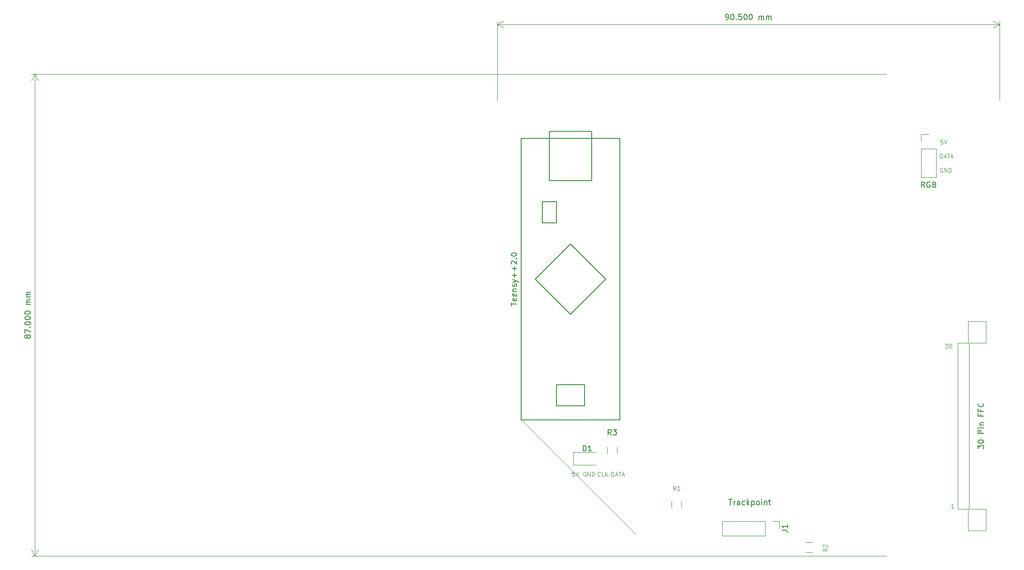
<source format=gbr>
G04 #@! TF.GenerationSoftware,KiCad,Pcbnew,(5.1.5)-3*
G04 #@! TF.CreationDate,2020-05-26T01:54:40-08:00*
G04 #@! TF.ProjectId,board,626f6172-642e-46b6-9963-61645f706362,rev?*
G04 #@! TF.SameCoordinates,Original*
G04 #@! TF.FileFunction,Legend,Top*
G04 #@! TF.FilePolarity,Positive*
%FSLAX46Y46*%
G04 Gerber Fmt 4.6, Leading zero omitted, Abs format (unit mm)*
G04 Created by KiCad (PCBNEW (5.1.5)-3) date 2020-05-26 01:54:40*
%MOMM*%
%LPD*%
G04 APERTURE LIST*
%ADD10C,0.120000*%
%ADD11C,0.150000*%
%ADD12C,0.100000*%
G04 APERTURE END LIST*
D10*
X118910000Y-115600000D02*
X139600000Y-136300000D01*
D11*
X155802380Y-43382380D02*
X155992857Y-43382380D01*
X156088095Y-43334761D01*
X156135714Y-43287142D01*
X156230952Y-43144285D01*
X156278571Y-42953809D01*
X156278571Y-42572857D01*
X156230952Y-42477619D01*
X156183333Y-42430000D01*
X156088095Y-42382380D01*
X155897619Y-42382380D01*
X155802380Y-42430000D01*
X155754761Y-42477619D01*
X155707142Y-42572857D01*
X155707142Y-42810952D01*
X155754761Y-42906190D01*
X155802380Y-42953809D01*
X155897619Y-43001428D01*
X156088095Y-43001428D01*
X156183333Y-42953809D01*
X156230952Y-42906190D01*
X156278571Y-42810952D01*
X156897619Y-42382380D02*
X156992857Y-42382380D01*
X157088095Y-42430000D01*
X157135714Y-42477619D01*
X157183333Y-42572857D01*
X157230952Y-42763333D01*
X157230952Y-43001428D01*
X157183333Y-43191904D01*
X157135714Y-43287142D01*
X157088095Y-43334761D01*
X156992857Y-43382380D01*
X156897619Y-43382380D01*
X156802380Y-43334761D01*
X156754761Y-43287142D01*
X156707142Y-43191904D01*
X156659523Y-43001428D01*
X156659523Y-42763333D01*
X156707142Y-42572857D01*
X156754761Y-42477619D01*
X156802380Y-42430000D01*
X156897619Y-42382380D01*
X157659523Y-43287142D02*
X157707142Y-43334761D01*
X157659523Y-43382380D01*
X157611904Y-43334761D01*
X157659523Y-43287142D01*
X157659523Y-43382380D01*
X158611904Y-42382380D02*
X158135714Y-42382380D01*
X158088095Y-42858571D01*
X158135714Y-42810952D01*
X158230952Y-42763333D01*
X158469047Y-42763333D01*
X158564285Y-42810952D01*
X158611904Y-42858571D01*
X158659523Y-42953809D01*
X158659523Y-43191904D01*
X158611904Y-43287142D01*
X158564285Y-43334761D01*
X158469047Y-43382380D01*
X158230952Y-43382380D01*
X158135714Y-43334761D01*
X158088095Y-43287142D01*
X159278571Y-42382380D02*
X159373809Y-42382380D01*
X159469047Y-42430000D01*
X159516666Y-42477619D01*
X159564285Y-42572857D01*
X159611904Y-42763333D01*
X159611904Y-43001428D01*
X159564285Y-43191904D01*
X159516666Y-43287142D01*
X159469047Y-43334761D01*
X159373809Y-43382380D01*
X159278571Y-43382380D01*
X159183333Y-43334761D01*
X159135714Y-43287142D01*
X159088095Y-43191904D01*
X159040476Y-43001428D01*
X159040476Y-42763333D01*
X159088095Y-42572857D01*
X159135714Y-42477619D01*
X159183333Y-42430000D01*
X159278571Y-42382380D01*
X160230952Y-42382380D02*
X160326190Y-42382380D01*
X160421428Y-42430000D01*
X160469047Y-42477619D01*
X160516666Y-42572857D01*
X160564285Y-42763333D01*
X160564285Y-43001428D01*
X160516666Y-43191904D01*
X160469047Y-43287142D01*
X160421428Y-43334761D01*
X160326190Y-43382380D01*
X160230952Y-43382380D01*
X160135714Y-43334761D01*
X160088095Y-43287142D01*
X160040476Y-43191904D01*
X159992857Y-43001428D01*
X159992857Y-42763333D01*
X160040476Y-42572857D01*
X160088095Y-42477619D01*
X160135714Y-42430000D01*
X160230952Y-42382380D01*
X161754761Y-43382380D02*
X161754761Y-42715714D01*
X161754761Y-42810952D02*
X161802380Y-42763333D01*
X161897619Y-42715714D01*
X162040476Y-42715714D01*
X162135714Y-42763333D01*
X162183333Y-42858571D01*
X162183333Y-43382380D01*
X162183333Y-42858571D02*
X162230952Y-42763333D01*
X162326190Y-42715714D01*
X162469047Y-42715714D01*
X162564285Y-42763333D01*
X162611904Y-42858571D01*
X162611904Y-43382380D01*
X163088095Y-43382380D02*
X163088095Y-42715714D01*
X163088095Y-42810952D02*
X163135714Y-42763333D01*
X163230952Y-42715714D01*
X163373809Y-42715714D01*
X163469047Y-42763333D01*
X163516666Y-42858571D01*
X163516666Y-43382380D01*
X163516666Y-42858571D02*
X163564285Y-42763333D01*
X163659523Y-42715714D01*
X163802380Y-42715714D01*
X163897619Y-42763333D01*
X163945238Y-42858571D01*
X163945238Y-43382380D01*
D10*
X114600000Y-44200000D02*
X205100000Y-44200000D01*
X114600000Y-58000000D02*
X114600000Y-43613579D01*
X205100000Y-58000000D02*
X205100000Y-43613579D01*
X205100000Y-44200000D02*
X203973496Y-44786421D01*
X205100000Y-44200000D02*
X203973496Y-43613579D01*
X114600000Y-44200000D02*
X115726504Y-44786421D01*
X114600000Y-44200000D02*
X115726504Y-43613579D01*
D11*
X29910952Y-100652380D02*
X29863333Y-100747619D01*
X29815714Y-100795238D01*
X29720476Y-100842857D01*
X29672857Y-100842857D01*
X29577619Y-100795238D01*
X29530000Y-100747619D01*
X29482380Y-100652380D01*
X29482380Y-100461904D01*
X29530000Y-100366666D01*
X29577619Y-100319047D01*
X29672857Y-100271428D01*
X29720476Y-100271428D01*
X29815714Y-100319047D01*
X29863333Y-100366666D01*
X29910952Y-100461904D01*
X29910952Y-100652380D01*
X29958571Y-100747619D01*
X30006190Y-100795238D01*
X30101428Y-100842857D01*
X30291904Y-100842857D01*
X30387142Y-100795238D01*
X30434761Y-100747619D01*
X30482380Y-100652380D01*
X30482380Y-100461904D01*
X30434761Y-100366666D01*
X30387142Y-100319047D01*
X30291904Y-100271428D01*
X30101428Y-100271428D01*
X30006190Y-100319047D01*
X29958571Y-100366666D01*
X29910952Y-100461904D01*
X29482380Y-99938095D02*
X29482380Y-99271428D01*
X30482380Y-99700000D01*
X30387142Y-98890476D02*
X30434761Y-98842857D01*
X30482380Y-98890476D01*
X30434761Y-98938095D01*
X30387142Y-98890476D01*
X30482380Y-98890476D01*
X29482380Y-98223809D02*
X29482380Y-98128571D01*
X29530000Y-98033333D01*
X29577619Y-97985714D01*
X29672857Y-97938095D01*
X29863333Y-97890476D01*
X30101428Y-97890476D01*
X30291904Y-97938095D01*
X30387142Y-97985714D01*
X30434761Y-98033333D01*
X30482380Y-98128571D01*
X30482380Y-98223809D01*
X30434761Y-98319047D01*
X30387142Y-98366666D01*
X30291904Y-98414285D01*
X30101428Y-98461904D01*
X29863333Y-98461904D01*
X29672857Y-98414285D01*
X29577619Y-98366666D01*
X29530000Y-98319047D01*
X29482380Y-98223809D01*
X29482380Y-97271428D02*
X29482380Y-97176190D01*
X29530000Y-97080952D01*
X29577619Y-97033333D01*
X29672857Y-96985714D01*
X29863333Y-96938095D01*
X30101428Y-96938095D01*
X30291904Y-96985714D01*
X30387142Y-97033333D01*
X30434761Y-97080952D01*
X30482380Y-97176190D01*
X30482380Y-97271428D01*
X30434761Y-97366666D01*
X30387142Y-97414285D01*
X30291904Y-97461904D01*
X30101428Y-97509523D01*
X29863333Y-97509523D01*
X29672857Y-97461904D01*
X29577619Y-97414285D01*
X29530000Y-97366666D01*
X29482380Y-97271428D01*
X29482380Y-96319047D02*
X29482380Y-96223809D01*
X29530000Y-96128571D01*
X29577619Y-96080952D01*
X29672857Y-96033333D01*
X29863333Y-95985714D01*
X30101428Y-95985714D01*
X30291904Y-96033333D01*
X30387142Y-96080952D01*
X30434761Y-96128571D01*
X30482380Y-96223809D01*
X30482380Y-96319047D01*
X30434761Y-96414285D01*
X30387142Y-96461904D01*
X30291904Y-96509523D01*
X30101428Y-96557142D01*
X29863333Y-96557142D01*
X29672857Y-96509523D01*
X29577619Y-96461904D01*
X29530000Y-96414285D01*
X29482380Y-96319047D01*
X30482380Y-94795238D02*
X29815714Y-94795238D01*
X29910952Y-94795238D02*
X29863333Y-94747619D01*
X29815714Y-94652380D01*
X29815714Y-94509523D01*
X29863333Y-94414285D01*
X29958571Y-94366666D01*
X30482380Y-94366666D01*
X29958571Y-94366666D02*
X29863333Y-94319047D01*
X29815714Y-94223809D01*
X29815714Y-94080952D01*
X29863333Y-93985714D01*
X29958571Y-93938095D01*
X30482380Y-93938095D01*
X30482380Y-93461904D02*
X29815714Y-93461904D01*
X29910952Y-93461904D02*
X29863333Y-93414285D01*
X29815714Y-93319047D01*
X29815714Y-93176190D01*
X29863333Y-93080952D01*
X29958571Y-93033333D01*
X30482380Y-93033333D01*
X29958571Y-93033333D02*
X29863333Y-92985714D01*
X29815714Y-92890476D01*
X29815714Y-92747619D01*
X29863333Y-92652380D01*
X29958571Y-92604761D01*
X30482380Y-92604761D01*
D10*
X31300000Y-140200000D02*
X31300000Y-53200000D01*
X184700000Y-140200000D02*
X30713579Y-140200000D01*
X184700000Y-53200000D02*
X30713579Y-53200000D01*
X31300000Y-53200000D02*
X31886421Y-54326504D01*
X31300000Y-53200000D02*
X30713579Y-54326504D01*
X31300000Y-140200000D02*
X31886421Y-139073496D01*
X31300000Y-140200000D02*
X30713579Y-139073496D01*
D12*
X196814285Y-131539285D02*
X196385714Y-131539285D01*
X196600000Y-131539285D02*
X196600000Y-130789285D01*
X196528571Y-130896428D01*
X196457142Y-130967857D01*
X196385714Y-131003571D01*
X195292857Y-101889285D02*
X195757142Y-101889285D01*
X195507142Y-102175000D01*
X195614285Y-102175000D01*
X195685714Y-102210714D01*
X195721428Y-102246428D01*
X195757142Y-102317857D01*
X195757142Y-102496428D01*
X195721428Y-102567857D01*
X195685714Y-102603571D01*
X195614285Y-102639285D01*
X195400000Y-102639285D01*
X195328571Y-102603571D01*
X195292857Y-102567857D01*
X196221428Y-101889285D02*
X196292857Y-101889285D01*
X196364285Y-101925000D01*
X196400000Y-101960714D01*
X196435714Y-102032142D01*
X196471428Y-102175000D01*
X196471428Y-102353571D01*
X196435714Y-102496428D01*
X196400000Y-102567857D01*
X196364285Y-102603571D01*
X196292857Y-102639285D01*
X196221428Y-102639285D01*
X196150000Y-102603571D01*
X196114285Y-102567857D01*
X196078571Y-102496428D01*
X196042857Y-102353571D01*
X196042857Y-102175000D01*
X196078571Y-102032142D01*
X196114285Y-101960714D01*
X196150000Y-101925000D01*
X196221428Y-101889285D01*
X194857142Y-65089285D02*
X194500000Y-65089285D01*
X194464285Y-65446428D01*
X194500000Y-65410714D01*
X194571428Y-65375000D01*
X194750000Y-65375000D01*
X194821428Y-65410714D01*
X194857142Y-65446428D01*
X194892857Y-65517857D01*
X194892857Y-65696428D01*
X194857142Y-65767857D01*
X194821428Y-65803571D01*
X194750000Y-65839285D01*
X194571428Y-65839285D01*
X194500000Y-65803571D01*
X194464285Y-65767857D01*
X195107142Y-65089285D02*
X195357142Y-65839285D01*
X195607142Y-65089285D01*
X194828571Y-70225000D02*
X194757142Y-70189285D01*
X194650000Y-70189285D01*
X194542857Y-70225000D01*
X194471428Y-70296428D01*
X194435714Y-70367857D01*
X194400000Y-70510714D01*
X194400000Y-70617857D01*
X194435714Y-70760714D01*
X194471428Y-70832142D01*
X194542857Y-70903571D01*
X194650000Y-70939285D01*
X194721428Y-70939285D01*
X194828571Y-70903571D01*
X194864285Y-70867857D01*
X194864285Y-70617857D01*
X194721428Y-70617857D01*
X195185714Y-70939285D02*
X195185714Y-70189285D01*
X195614285Y-70939285D01*
X195614285Y-70189285D01*
X195971428Y-70939285D02*
X195971428Y-70189285D01*
X196150000Y-70189285D01*
X196257142Y-70225000D01*
X196328571Y-70296428D01*
X196364285Y-70367857D01*
X196400000Y-70510714D01*
X196400000Y-70617857D01*
X196364285Y-70760714D01*
X196328571Y-70832142D01*
X196257142Y-70903571D01*
X196150000Y-70939285D01*
X195971428Y-70939285D01*
X194375000Y-68339285D02*
X194375000Y-67589285D01*
X194553571Y-67589285D01*
X194660714Y-67625000D01*
X194732142Y-67696428D01*
X194767857Y-67767857D01*
X194803571Y-67910714D01*
X194803571Y-68017857D01*
X194767857Y-68160714D01*
X194732142Y-68232142D01*
X194660714Y-68303571D01*
X194553571Y-68339285D01*
X194375000Y-68339285D01*
X195089285Y-68125000D02*
X195446428Y-68125000D01*
X195017857Y-68339285D02*
X195267857Y-67589285D01*
X195517857Y-68339285D01*
X195660714Y-67589285D02*
X196089285Y-67589285D01*
X195875000Y-68339285D02*
X195875000Y-67589285D01*
X196303571Y-68125000D02*
X196660714Y-68125000D01*
X196232142Y-68339285D02*
X196482142Y-67589285D01*
X196732142Y-68339285D01*
D11*
X191609523Y-73652380D02*
X191276190Y-73176190D01*
X191038095Y-73652380D02*
X191038095Y-72652380D01*
X191419047Y-72652380D01*
X191514285Y-72700000D01*
X191561904Y-72747619D01*
X191609523Y-72842857D01*
X191609523Y-72985714D01*
X191561904Y-73080952D01*
X191514285Y-73128571D01*
X191419047Y-73176190D01*
X191038095Y-73176190D01*
X192561904Y-72700000D02*
X192466666Y-72652380D01*
X192323809Y-72652380D01*
X192180952Y-72700000D01*
X192085714Y-72795238D01*
X192038095Y-72890476D01*
X191990476Y-73080952D01*
X191990476Y-73223809D01*
X192038095Y-73414285D01*
X192085714Y-73509523D01*
X192180952Y-73604761D01*
X192323809Y-73652380D01*
X192419047Y-73652380D01*
X192561904Y-73604761D01*
X192609523Y-73557142D01*
X192609523Y-73223809D01*
X192419047Y-73223809D01*
X193371428Y-73128571D02*
X193514285Y-73176190D01*
X193561904Y-73223809D01*
X193609523Y-73319047D01*
X193609523Y-73461904D01*
X193561904Y-73557142D01*
X193514285Y-73604761D01*
X193419047Y-73652380D01*
X193038095Y-73652380D01*
X193038095Y-72652380D01*
X193371428Y-72652380D01*
X193466666Y-72700000D01*
X193514285Y-72747619D01*
X193561904Y-72842857D01*
X193561904Y-72938095D01*
X193514285Y-73033333D01*
X193466666Y-73080952D01*
X193371428Y-73128571D01*
X193038095Y-73128571D01*
D12*
X128457142Y-124989285D02*
X128100000Y-124989285D01*
X128064285Y-125346428D01*
X128100000Y-125310714D01*
X128171428Y-125275000D01*
X128350000Y-125275000D01*
X128421428Y-125310714D01*
X128457142Y-125346428D01*
X128492857Y-125417857D01*
X128492857Y-125596428D01*
X128457142Y-125667857D01*
X128421428Y-125703571D01*
X128350000Y-125739285D01*
X128171428Y-125739285D01*
X128100000Y-125703571D01*
X128064285Y-125667857D01*
X128707142Y-124989285D02*
X128957142Y-125739285D01*
X129207142Y-124989285D01*
X135175000Y-125739285D02*
X135175000Y-124989285D01*
X135353571Y-124989285D01*
X135460714Y-125025000D01*
X135532142Y-125096428D01*
X135567857Y-125167857D01*
X135603571Y-125310714D01*
X135603571Y-125417857D01*
X135567857Y-125560714D01*
X135532142Y-125632142D01*
X135460714Y-125703571D01*
X135353571Y-125739285D01*
X135175000Y-125739285D01*
X135889285Y-125525000D02*
X136246428Y-125525000D01*
X135817857Y-125739285D02*
X136067857Y-124989285D01*
X136317857Y-125739285D01*
X136460714Y-124989285D02*
X136889285Y-124989285D01*
X136675000Y-125739285D02*
X136675000Y-124989285D01*
X137103571Y-125525000D02*
X137460714Y-125525000D01*
X137032142Y-125739285D02*
X137282142Y-124989285D01*
X137532142Y-125739285D01*
X133153571Y-125667857D02*
X133117857Y-125703571D01*
X133010714Y-125739285D01*
X132939285Y-125739285D01*
X132832142Y-125703571D01*
X132760714Y-125632142D01*
X132725000Y-125560714D01*
X132689285Y-125417857D01*
X132689285Y-125310714D01*
X132725000Y-125167857D01*
X132760714Y-125096428D01*
X132832142Y-125025000D01*
X132939285Y-124989285D01*
X133010714Y-124989285D01*
X133117857Y-125025000D01*
X133153571Y-125060714D01*
X133832142Y-125739285D02*
X133475000Y-125739285D01*
X133475000Y-124989285D01*
X134082142Y-125739285D02*
X134082142Y-124989285D01*
X134510714Y-125739285D02*
X134189285Y-125310714D01*
X134510714Y-124989285D02*
X134082142Y-125417857D01*
X130528571Y-125025000D02*
X130457142Y-124989285D01*
X130350000Y-124989285D01*
X130242857Y-125025000D01*
X130171428Y-125096428D01*
X130135714Y-125167857D01*
X130100000Y-125310714D01*
X130100000Y-125417857D01*
X130135714Y-125560714D01*
X130171428Y-125632142D01*
X130242857Y-125703571D01*
X130350000Y-125739285D01*
X130421428Y-125739285D01*
X130528571Y-125703571D01*
X130564285Y-125667857D01*
X130564285Y-125417857D01*
X130421428Y-125417857D01*
X130885714Y-125739285D02*
X130885714Y-124989285D01*
X131314285Y-125739285D01*
X131314285Y-124989285D01*
X131671428Y-125739285D02*
X131671428Y-124989285D01*
X131850000Y-124989285D01*
X131957142Y-125025000D01*
X132028571Y-125096428D01*
X132064285Y-125167857D01*
X132100000Y-125310714D01*
X132100000Y-125417857D01*
X132064285Y-125560714D01*
X132028571Y-125632142D01*
X131957142Y-125703571D01*
X131850000Y-125739285D01*
X131671428Y-125739285D01*
D11*
X123990000Y-72420000D02*
X131610000Y-72420000D01*
X131610000Y-63530000D02*
X123990000Y-63530000D01*
X131610000Y-72420000D02*
X131610000Y-63530000D01*
X123990000Y-72420000D02*
X123990000Y-63530000D01*
X122720000Y-76230000D02*
X122720000Y-80040000D01*
X122720000Y-80040000D02*
X123990000Y-80040000D01*
X123990000Y-80040000D02*
X125260000Y-80040000D01*
X125260000Y-80040000D02*
X125260000Y-76230000D01*
X125260000Y-76230000D02*
X122720000Y-76230000D01*
X125260000Y-113060000D02*
X125260000Y-109250000D01*
X125260000Y-109250000D02*
X130340000Y-109250000D01*
X130340000Y-109250000D02*
X130340000Y-113060000D01*
X130340000Y-113060000D02*
X125260000Y-113060000D01*
X121450000Y-90200000D02*
X127800000Y-83850000D01*
X127800000Y-83850000D02*
X134150000Y-90200000D01*
X134150000Y-90200000D02*
X127800000Y-96550000D01*
X127800000Y-96550000D02*
X121450000Y-90200000D01*
X136690000Y-64800000D02*
X136690000Y-115600000D01*
X136690000Y-115600000D02*
X118910000Y-115600000D01*
X118910000Y-115600000D02*
X118910000Y-64800000D01*
X118910000Y-64800000D02*
X136690000Y-64800000D01*
D10*
X190970000Y-71810000D02*
X193630000Y-71810000D01*
X190970000Y-66670000D02*
X190970000Y-71810000D01*
X193630000Y-66670000D02*
X193630000Y-71810000D01*
X190970000Y-66670000D02*
X193630000Y-66670000D01*
X190970000Y-65400000D02*
X190970000Y-64070000D01*
X190970000Y-64070000D02*
X192300000Y-64070000D01*
X145990000Y-131502064D02*
X145990000Y-130297936D01*
X147810000Y-131502064D02*
X147810000Y-130297936D01*
X171402064Y-137690000D02*
X170197936Y-137690000D01*
X171402064Y-139510000D02*
X170197936Y-139510000D01*
X155150000Y-133870000D02*
X155150000Y-136530000D01*
X162830000Y-133870000D02*
X155150000Y-133870000D01*
X162830000Y-136530000D02*
X155150000Y-136530000D01*
X162830000Y-133870000D02*
X162830000Y-136530000D01*
X164100000Y-133870000D02*
X165430000Y-133870000D01*
X165430000Y-133870000D02*
X165430000Y-135200000D01*
X197570000Y-131700000D02*
X197570000Y-101700000D01*
X199630000Y-131700000D02*
X199630000Y-101700000D01*
X199630000Y-131700000D02*
X202620000Y-131700000D01*
X199630000Y-101700000D02*
X202620000Y-101700000D01*
X202620000Y-131700000D02*
X202620000Y-135560000D01*
X202620000Y-101700000D02*
X202620000Y-97840000D01*
X202620000Y-135560000D02*
X199460000Y-135560000D01*
X202620000Y-97840000D02*
X199460000Y-97840000D01*
X199460000Y-135560000D02*
X199460000Y-131700000D01*
X199460000Y-97840000D02*
X199460000Y-101700000D01*
X199460000Y-131700000D02*
X197570000Y-131700000D01*
X199460000Y-101700000D02*
X197570000Y-101700000D01*
X132400000Y-121465000D02*
X128340000Y-121465000D01*
X128340000Y-121465000D02*
X128340000Y-123735000D01*
X128340000Y-123735000D02*
X132400000Y-123735000D01*
X134390000Y-121689564D02*
X134390000Y-120485436D01*
X136210000Y-121689564D02*
X136210000Y-120485436D01*
D11*
X117092380Y-95009523D02*
X117092380Y-94438095D01*
X118092380Y-94723809D02*
X117092380Y-94723809D01*
X118044761Y-93723809D02*
X118092380Y-93819047D01*
X118092380Y-94009523D01*
X118044761Y-94104761D01*
X117949523Y-94152380D01*
X117568571Y-94152380D01*
X117473333Y-94104761D01*
X117425714Y-94009523D01*
X117425714Y-93819047D01*
X117473333Y-93723809D01*
X117568571Y-93676190D01*
X117663809Y-93676190D01*
X117759047Y-94152380D01*
X118044761Y-92866666D02*
X118092380Y-92961904D01*
X118092380Y-93152380D01*
X118044761Y-93247619D01*
X117949523Y-93295238D01*
X117568571Y-93295238D01*
X117473333Y-93247619D01*
X117425714Y-93152380D01*
X117425714Y-92961904D01*
X117473333Y-92866666D01*
X117568571Y-92819047D01*
X117663809Y-92819047D01*
X117759047Y-93295238D01*
X117425714Y-92390476D02*
X118092380Y-92390476D01*
X117520952Y-92390476D02*
X117473333Y-92342857D01*
X117425714Y-92247619D01*
X117425714Y-92104761D01*
X117473333Y-92009523D01*
X117568571Y-91961904D01*
X118092380Y-91961904D01*
X118044761Y-91533333D02*
X118092380Y-91438095D01*
X118092380Y-91247619D01*
X118044761Y-91152380D01*
X117949523Y-91104761D01*
X117901904Y-91104761D01*
X117806666Y-91152380D01*
X117759047Y-91247619D01*
X117759047Y-91390476D01*
X117711428Y-91485714D01*
X117616190Y-91533333D01*
X117568571Y-91533333D01*
X117473333Y-91485714D01*
X117425714Y-91390476D01*
X117425714Y-91247619D01*
X117473333Y-91152380D01*
X117425714Y-90771428D02*
X118092380Y-90533333D01*
X117425714Y-90295238D02*
X118092380Y-90533333D01*
X118330476Y-90628571D01*
X118378095Y-90676190D01*
X118425714Y-90771428D01*
X117711428Y-89914285D02*
X117711428Y-89152380D01*
X118092380Y-89533333D02*
X117330476Y-89533333D01*
X117711428Y-88676190D02*
X117711428Y-87914285D01*
X118092380Y-88295238D02*
X117330476Y-88295238D01*
X117187619Y-87485714D02*
X117140000Y-87438095D01*
X117092380Y-87342857D01*
X117092380Y-87104761D01*
X117140000Y-87009523D01*
X117187619Y-86961904D01*
X117282857Y-86914285D01*
X117378095Y-86914285D01*
X117520952Y-86961904D01*
X118092380Y-87533333D01*
X118092380Y-86914285D01*
X117997142Y-86485714D02*
X118044761Y-86438095D01*
X118092380Y-86485714D01*
X118044761Y-86533333D01*
X117997142Y-86485714D01*
X118092380Y-86485714D01*
X117092380Y-85819047D02*
X117092380Y-85723809D01*
X117140000Y-85628571D01*
X117187619Y-85580952D01*
X117282857Y-85533333D01*
X117473333Y-85485714D01*
X117711428Y-85485714D01*
X117901904Y-85533333D01*
X117997142Y-85580952D01*
X118044761Y-85628571D01*
X118092380Y-85723809D01*
X118092380Y-85819047D01*
X118044761Y-85914285D01*
X117997142Y-85961904D01*
X117901904Y-86009523D01*
X117711428Y-86057142D01*
X117473333Y-86057142D01*
X117282857Y-86009523D01*
X117187619Y-85961904D01*
X117140000Y-85914285D01*
X117092380Y-85819047D01*
D12*
X146775000Y-128339285D02*
X146525000Y-127982142D01*
X146346428Y-128339285D02*
X146346428Y-127589285D01*
X146632142Y-127589285D01*
X146703571Y-127625000D01*
X146739285Y-127660714D01*
X146775000Y-127732142D01*
X146775000Y-127839285D01*
X146739285Y-127910714D01*
X146703571Y-127946428D01*
X146632142Y-127982142D01*
X146346428Y-127982142D01*
X147489285Y-128339285D02*
X147060714Y-128339285D01*
X147275000Y-128339285D02*
X147275000Y-127589285D01*
X147203571Y-127696428D01*
X147132142Y-127767857D01*
X147060714Y-127803571D01*
X174039285Y-138825000D02*
X173682142Y-139075000D01*
X174039285Y-139253571D02*
X173289285Y-139253571D01*
X173289285Y-138967857D01*
X173325000Y-138896428D01*
X173360714Y-138860714D01*
X173432142Y-138825000D01*
X173539285Y-138825000D01*
X173610714Y-138860714D01*
X173646428Y-138896428D01*
X173682142Y-138967857D01*
X173682142Y-139253571D01*
X173360714Y-138539285D02*
X173325000Y-138503571D01*
X173289285Y-138432142D01*
X173289285Y-138253571D01*
X173325000Y-138182142D01*
X173360714Y-138146428D01*
X173432142Y-138110714D01*
X173503571Y-138110714D01*
X173610714Y-138146428D01*
X174039285Y-138575000D01*
X174039285Y-138110714D01*
D11*
X165882380Y-135533333D02*
X166596666Y-135533333D01*
X166739523Y-135580952D01*
X166834761Y-135676190D01*
X166882380Y-135819047D01*
X166882380Y-135914285D01*
X166882380Y-134533333D02*
X166882380Y-135104761D01*
X166882380Y-134819047D02*
X165882380Y-134819047D01*
X166025238Y-134914285D01*
X166120476Y-135009523D01*
X166168095Y-135104761D01*
X156338095Y-129952380D02*
X156909523Y-129952380D01*
X156623809Y-130952380D02*
X156623809Y-129952380D01*
X157242857Y-130952380D02*
X157242857Y-130285714D01*
X157242857Y-130476190D02*
X157290476Y-130380952D01*
X157338095Y-130333333D01*
X157433333Y-130285714D01*
X157528571Y-130285714D01*
X158290476Y-130952380D02*
X158290476Y-130428571D01*
X158242857Y-130333333D01*
X158147619Y-130285714D01*
X157957142Y-130285714D01*
X157861904Y-130333333D01*
X158290476Y-130904761D02*
X158195238Y-130952380D01*
X157957142Y-130952380D01*
X157861904Y-130904761D01*
X157814285Y-130809523D01*
X157814285Y-130714285D01*
X157861904Y-130619047D01*
X157957142Y-130571428D01*
X158195238Y-130571428D01*
X158290476Y-130523809D01*
X159195238Y-130904761D02*
X159100000Y-130952380D01*
X158909523Y-130952380D01*
X158814285Y-130904761D01*
X158766666Y-130857142D01*
X158719047Y-130761904D01*
X158719047Y-130476190D01*
X158766666Y-130380952D01*
X158814285Y-130333333D01*
X158909523Y-130285714D01*
X159100000Y-130285714D01*
X159195238Y-130333333D01*
X159623809Y-130952380D02*
X159623809Y-129952380D01*
X159719047Y-130571428D02*
X160004761Y-130952380D01*
X160004761Y-130285714D02*
X159623809Y-130666666D01*
X160433333Y-130285714D02*
X160433333Y-131285714D01*
X160433333Y-130333333D02*
X160528571Y-130285714D01*
X160719047Y-130285714D01*
X160814285Y-130333333D01*
X160861904Y-130380952D01*
X160909523Y-130476190D01*
X160909523Y-130761904D01*
X160861904Y-130857142D01*
X160814285Y-130904761D01*
X160719047Y-130952380D01*
X160528571Y-130952380D01*
X160433333Y-130904761D01*
X161480952Y-130952380D02*
X161385714Y-130904761D01*
X161338095Y-130857142D01*
X161290476Y-130761904D01*
X161290476Y-130476190D01*
X161338095Y-130380952D01*
X161385714Y-130333333D01*
X161480952Y-130285714D01*
X161623809Y-130285714D01*
X161719047Y-130333333D01*
X161766666Y-130380952D01*
X161814285Y-130476190D01*
X161814285Y-130761904D01*
X161766666Y-130857142D01*
X161719047Y-130904761D01*
X161623809Y-130952380D01*
X161480952Y-130952380D01*
X162242857Y-130952380D02*
X162242857Y-130285714D01*
X162242857Y-129952380D02*
X162195238Y-130000000D01*
X162242857Y-130047619D01*
X162290476Y-130000000D01*
X162242857Y-129952380D01*
X162242857Y-130047619D01*
X162719047Y-130285714D02*
X162719047Y-130952380D01*
X162719047Y-130380952D02*
X162766666Y-130333333D01*
X162861904Y-130285714D01*
X163004761Y-130285714D01*
X163100000Y-130333333D01*
X163147619Y-130428571D01*
X163147619Y-130952380D01*
X163480952Y-130285714D02*
X163861904Y-130285714D01*
X163623809Y-129952380D02*
X163623809Y-130809523D01*
X163671428Y-130904761D01*
X163766666Y-130952380D01*
X163861904Y-130952380D01*
X201202380Y-120819047D02*
X201202380Y-120200000D01*
X201583333Y-120533333D01*
X201583333Y-120390476D01*
X201630952Y-120295238D01*
X201678571Y-120247619D01*
X201773809Y-120200000D01*
X202011904Y-120200000D01*
X202107142Y-120247619D01*
X202154761Y-120295238D01*
X202202380Y-120390476D01*
X202202380Y-120676190D01*
X202154761Y-120771428D01*
X202107142Y-120819047D01*
X201202380Y-119580952D02*
X201202380Y-119485714D01*
X201250000Y-119390476D01*
X201297619Y-119342857D01*
X201392857Y-119295238D01*
X201583333Y-119247619D01*
X201821428Y-119247619D01*
X202011904Y-119295238D01*
X202107142Y-119342857D01*
X202154761Y-119390476D01*
X202202380Y-119485714D01*
X202202380Y-119580952D01*
X202154761Y-119676190D01*
X202107142Y-119723809D01*
X202011904Y-119771428D01*
X201821428Y-119819047D01*
X201583333Y-119819047D01*
X201392857Y-119771428D01*
X201297619Y-119723809D01*
X201250000Y-119676190D01*
X201202380Y-119580952D01*
X202202380Y-118057142D02*
X201202380Y-118057142D01*
X201202380Y-117676190D01*
X201250000Y-117580952D01*
X201297619Y-117533333D01*
X201392857Y-117485714D01*
X201535714Y-117485714D01*
X201630952Y-117533333D01*
X201678571Y-117580952D01*
X201726190Y-117676190D01*
X201726190Y-118057142D01*
X202202380Y-117057142D02*
X201535714Y-117057142D01*
X201202380Y-117057142D02*
X201250000Y-117104761D01*
X201297619Y-117057142D01*
X201250000Y-117009523D01*
X201202380Y-117057142D01*
X201297619Y-117057142D01*
X201535714Y-116580952D02*
X202202380Y-116580952D01*
X201630952Y-116580952D02*
X201583333Y-116533333D01*
X201535714Y-116438095D01*
X201535714Y-116295238D01*
X201583333Y-116200000D01*
X201678571Y-116152380D01*
X202202380Y-116152380D01*
X201678571Y-114580952D02*
X201678571Y-114914285D01*
X202202380Y-114914285D02*
X201202380Y-114914285D01*
X201202380Y-114438095D01*
X201678571Y-113723809D02*
X201678571Y-114057142D01*
X202202380Y-114057142D02*
X201202380Y-114057142D01*
X201202380Y-113580952D01*
X202107142Y-112628571D02*
X202154761Y-112676190D01*
X202202380Y-112819047D01*
X202202380Y-112914285D01*
X202154761Y-113057142D01*
X202059523Y-113152380D01*
X201964285Y-113200000D01*
X201773809Y-113247619D01*
X201630952Y-113247619D01*
X201440476Y-113200000D01*
X201345238Y-113152380D01*
X201250000Y-113057142D01*
X201202380Y-112914285D01*
X201202380Y-112819047D01*
X201250000Y-112676190D01*
X201297619Y-112628571D01*
X130061904Y-121232380D02*
X130061904Y-120232380D01*
X130300000Y-120232380D01*
X130442857Y-120280000D01*
X130538095Y-120375238D01*
X130585714Y-120470476D01*
X130633333Y-120660952D01*
X130633333Y-120803809D01*
X130585714Y-120994285D01*
X130538095Y-121089523D01*
X130442857Y-121184761D01*
X130300000Y-121232380D01*
X130061904Y-121232380D01*
X131585714Y-121232380D02*
X131014285Y-121232380D01*
X131300000Y-121232380D02*
X131300000Y-120232380D01*
X131204761Y-120375238D01*
X131109523Y-120470476D01*
X131014285Y-120518095D01*
X135133333Y-118352380D02*
X134800000Y-117876190D01*
X134561904Y-118352380D02*
X134561904Y-117352380D01*
X134942857Y-117352380D01*
X135038095Y-117400000D01*
X135085714Y-117447619D01*
X135133333Y-117542857D01*
X135133333Y-117685714D01*
X135085714Y-117780952D01*
X135038095Y-117828571D01*
X134942857Y-117876190D01*
X134561904Y-117876190D01*
X135466666Y-117352380D02*
X136085714Y-117352380D01*
X135752380Y-117733333D01*
X135895238Y-117733333D01*
X135990476Y-117780952D01*
X136038095Y-117828571D01*
X136085714Y-117923809D01*
X136085714Y-118161904D01*
X136038095Y-118257142D01*
X135990476Y-118304761D01*
X135895238Y-118352380D01*
X135609523Y-118352380D01*
X135514285Y-118304761D01*
X135466666Y-118257142D01*
M02*

</source>
